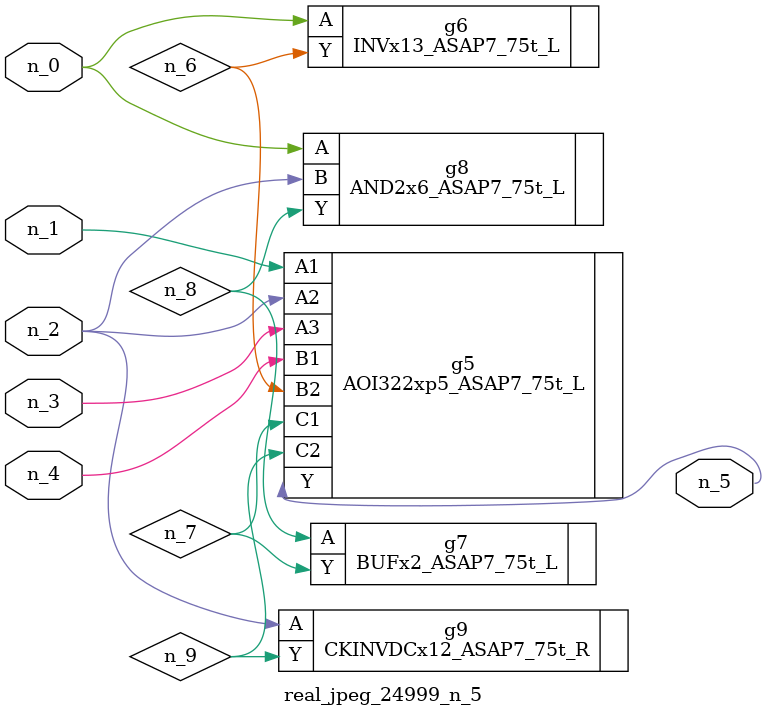
<source format=v>
module real_jpeg_24999_n_5 (n_4, n_0, n_1, n_2, n_3, n_5);

input n_4;
input n_0;
input n_1;
input n_2;
input n_3;

output n_5;

wire n_8;
wire n_6;
wire n_7;
wire n_9;

INVx13_ASAP7_75t_L g6 ( 
.A(n_0),
.Y(n_6)
);

AND2x6_ASAP7_75t_L g8 ( 
.A(n_0),
.B(n_2),
.Y(n_8)
);

AOI322xp5_ASAP7_75t_L g5 ( 
.A1(n_1),
.A2(n_2),
.A3(n_3),
.B1(n_4),
.B2(n_6),
.C1(n_7),
.C2(n_9),
.Y(n_5)
);

CKINVDCx12_ASAP7_75t_R g9 ( 
.A(n_2),
.Y(n_9)
);

BUFx2_ASAP7_75t_L g7 ( 
.A(n_8),
.Y(n_7)
);


endmodule
</source>
